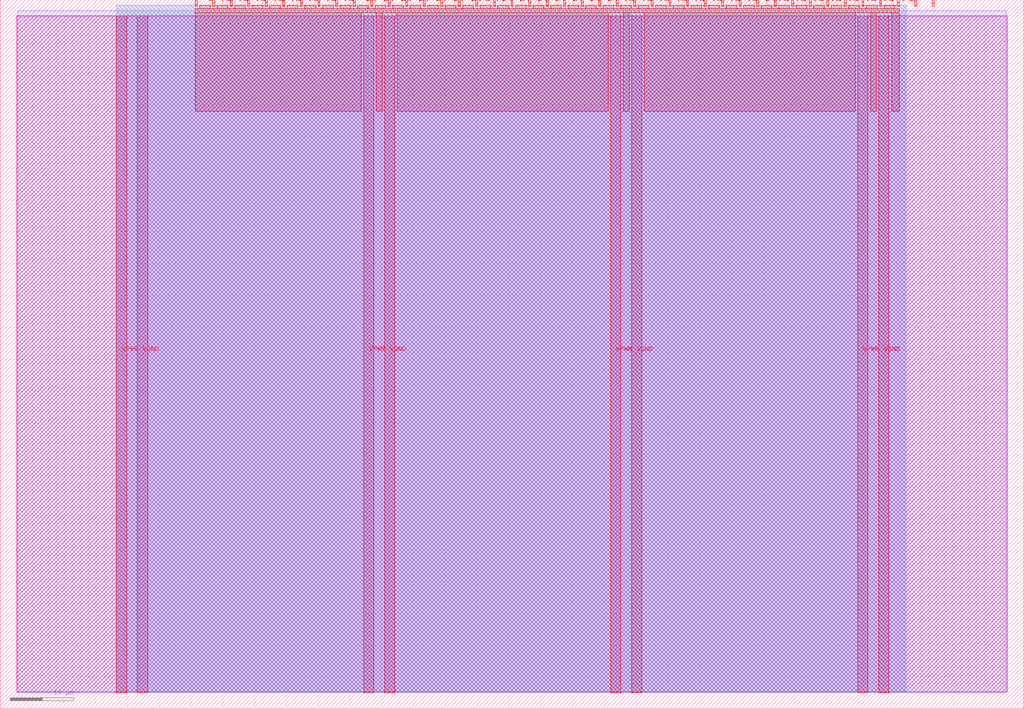
<source format=lef>
VERSION 5.7 ;
  NOWIREEXTENSIONATPIN ON ;
  DIVIDERCHAR "/" ;
  BUSBITCHARS "[]" ;
MACRO tt_um_wokwi_413387120998931457
  CLASS BLOCK ;
  FOREIGN tt_um_wokwi_413387120998931457 ;
  ORIGIN 0.000 0.000 ;
  SIZE 161.000 BY 111.520 ;
  PIN VGND
    DIRECTION INOUT ;
    USE GROUND ;
    PORT
      LAYER met4 ;
        RECT 21.580 2.480 23.180 109.040 ;
    END
    PORT
      LAYER met4 ;
        RECT 60.450 2.480 62.050 109.040 ;
    END
    PORT
      LAYER met4 ;
        RECT 99.320 2.480 100.920 109.040 ;
    END
    PORT
      LAYER met4 ;
        RECT 138.190 2.480 139.790 109.040 ;
    END
  END VGND
  PIN VPWR
    DIRECTION INOUT ;
    USE POWER ;
    PORT
      LAYER met4 ;
        RECT 18.280 2.480 19.880 109.040 ;
    END
    PORT
      LAYER met4 ;
        RECT 57.150 2.480 58.750 109.040 ;
    END
    PORT
      LAYER met4 ;
        RECT 96.020 2.480 97.620 109.040 ;
    END
    PORT
      LAYER met4 ;
        RECT 134.890 2.480 136.490 109.040 ;
    END
  END VPWR
  PIN clk
    DIRECTION INPUT ;
    USE SIGNAL ;
    PORT
      LAYER met4 ;
        RECT 143.830 110.520 144.130 111.520 ;
    END
  END clk
  PIN ena
    DIRECTION INPUT ;
    USE SIGNAL ;
    PORT
      LAYER met4 ;
        RECT 146.590 110.520 146.890 111.520 ;
    END
  END ena
  PIN rst_n
    DIRECTION INPUT ;
    USE SIGNAL ;
    ANTENNAGATEAREA 0.196500 ;
    PORT
      LAYER met4 ;
        RECT 141.070 110.520 141.370 111.520 ;
    END
  END rst_n
  PIN ui_in[0]
    DIRECTION INPUT ;
    USE SIGNAL ;
    ANTENNAGATEAREA 0.196500 ;
    PORT
      LAYER met4 ;
        RECT 138.310 110.520 138.610 111.520 ;
    END
  END ui_in[0]
  PIN ui_in[1]
    DIRECTION INPUT ;
    USE SIGNAL ;
    ANTENNAGATEAREA 0.196500 ;
    PORT
      LAYER met4 ;
        RECT 135.550 110.520 135.850 111.520 ;
    END
  END ui_in[1]
  PIN ui_in[2]
    DIRECTION INPUT ;
    USE SIGNAL ;
    ANTENNAGATEAREA 0.196500 ;
    PORT
      LAYER met4 ;
        RECT 132.790 110.520 133.090 111.520 ;
    END
  END ui_in[2]
  PIN ui_in[3]
    DIRECTION INPUT ;
    USE SIGNAL ;
    ANTENNAGATEAREA 0.196500 ;
    PORT
      LAYER met4 ;
        RECT 130.030 110.520 130.330 111.520 ;
    END
  END ui_in[3]
  PIN ui_in[4]
    DIRECTION INPUT ;
    USE SIGNAL ;
    ANTENNAGATEAREA 0.159000 ;
    PORT
      LAYER met4 ;
        RECT 127.270 110.520 127.570 111.520 ;
    END
  END ui_in[4]
  PIN ui_in[5]
    DIRECTION INPUT ;
    USE SIGNAL ;
    ANTENNAGATEAREA 0.159000 ;
    PORT
      LAYER met4 ;
        RECT 124.510 110.520 124.810 111.520 ;
    END
  END ui_in[5]
  PIN ui_in[6]
    DIRECTION INPUT ;
    USE SIGNAL ;
    ANTENNAGATEAREA 0.159000 ;
    PORT
      LAYER met4 ;
        RECT 121.750 110.520 122.050 111.520 ;
    END
  END ui_in[6]
  PIN ui_in[7]
    DIRECTION INPUT ;
    USE SIGNAL ;
    ANTENNAGATEAREA 0.159000 ;
    PORT
      LAYER met4 ;
        RECT 118.990 110.520 119.290 111.520 ;
    END
  END ui_in[7]
  PIN uio_in[0]
    DIRECTION INPUT ;
    USE SIGNAL ;
    PORT
      LAYER met4 ;
        RECT 116.230 110.520 116.530 111.520 ;
    END
  END uio_in[0]
  PIN uio_in[1]
    DIRECTION INPUT ;
    USE SIGNAL ;
    PORT
      LAYER met4 ;
        RECT 113.470 110.520 113.770 111.520 ;
    END
  END uio_in[1]
  PIN uio_in[2]
    DIRECTION INPUT ;
    USE SIGNAL ;
    PORT
      LAYER met4 ;
        RECT 110.710 110.520 111.010 111.520 ;
    END
  END uio_in[2]
  PIN uio_in[3]
    DIRECTION INPUT ;
    USE SIGNAL ;
    PORT
      LAYER met4 ;
        RECT 107.950 110.520 108.250 111.520 ;
    END
  END uio_in[3]
  PIN uio_in[4]
    DIRECTION INPUT ;
    USE SIGNAL ;
    PORT
      LAYER met4 ;
        RECT 105.190 110.520 105.490 111.520 ;
    END
  END uio_in[4]
  PIN uio_in[5]
    DIRECTION INPUT ;
    USE SIGNAL ;
    PORT
      LAYER met4 ;
        RECT 102.430 110.520 102.730 111.520 ;
    END
  END uio_in[5]
  PIN uio_in[6]
    DIRECTION INPUT ;
    USE SIGNAL ;
    PORT
      LAYER met4 ;
        RECT 99.670 110.520 99.970 111.520 ;
    END
  END uio_in[6]
  PIN uio_in[7]
    DIRECTION INPUT ;
    USE SIGNAL ;
    PORT
      LAYER met4 ;
        RECT 96.910 110.520 97.210 111.520 ;
    END
  END uio_in[7]
  PIN uio_oe[0]
    DIRECTION OUTPUT ;
    USE SIGNAL ;
    PORT
      LAYER met4 ;
        RECT 49.990 110.520 50.290 111.520 ;
    END
  END uio_oe[0]
  PIN uio_oe[1]
    DIRECTION OUTPUT ;
    USE SIGNAL ;
    PORT
      LAYER met4 ;
        RECT 47.230 110.520 47.530 111.520 ;
    END
  END uio_oe[1]
  PIN uio_oe[2]
    DIRECTION OUTPUT ;
    USE SIGNAL ;
    PORT
      LAYER met4 ;
        RECT 44.470 110.520 44.770 111.520 ;
    END
  END uio_oe[2]
  PIN uio_oe[3]
    DIRECTION OUTPUT ;
    USE SIGNAL ;
    PORT
      LAYER met4 ;
        RECT 41.710 110.520 42.010 111.520 ;
    END
  END uio_oe[3]
  PIN uio_oe[4]
    DIRECTION OUTPUT ;
    USE SIGNAL ;
    PORT
      LAYER met4 ;
        RECT 38.950 110.520 39.250 111.520 ;
    END
  END uio_oe[4]
  PIN uio_oe[5]
    DIRECTION OUTPUT ;
    USE SIGNAL ;
    PORT
      LAYER met4 ;
        RECT 36.190 110.520 36.490 111.520 ;
    END
  END uio_oe[5]
  PIN uio_oe[6]
    DIRECTION OUTPUT ;
    USE SIGNAL ;
    PORT
      LAYER met4 ;
        RECT 33.430 110.520 33.730 111.520 ;
    END
  END uio_oe[6]
  PIN uio_oe[7]
    DIRECTION OUTPUT ;
    USE SIGNAL ;
    PORT
      LAYER met4 ;
        RECT 30.670 110.520 30.970 111.520 ;
    END
  END uio_oe[7]
  PIN uio_out[0]
    DIRECTION OUTPUT ;
    USE SIGNAL ;
    PORT
      LAYER met4 ;
        RECT 72.070 110.520 72.370 111.520 ;
    END
  END uio_out[0]
  PIN uio_out[1]
    DIRECTION OUTPUT ;
    USE SIGNAL ;
    PORT
      LAYER met4 ;
        RECT 69.310 110.520 69.610 111.520 ;
    END
  END uio_out[1]
  PIN uio_out[2]
    DIRECTION OUTPUT ;
    USE SIGNAL ;
    PORT
      LAYER met4 ;
        RECT 66.550 110.520 66.850 111.520 ;
    END
  END uio_out[2]
  PIN uio_out[3]
    DIRECTION OUTPUT ;
    USE SIGNAL ;
    PORT
      LAYER met4 ;
        RECT 63.790 110.520 64.090 111.520 ;
    END
  END uio_out[3]
  PIN uio_out[4]
    DIRECTION OUTPUT ;
    USE SIGNAL ;
    PORT
      LAYER met4 ;
        RECT 61.030 110.520 61.330 111.520 ;
    END
  END uio_out[4]
  PIN uio_out[5]
    DIRECTION OUTPUT ;
    USE SIGNAL ;
    PORT
      LAYER met4 ;
        RECT 58.270 110.520 58.570 111.520 ;
    END
  END uio_out[5]
  PIN uio_out[6]
    DIRECTION OUTPUT ;
    USE SIGNAL ;
    PORT
      LAYER met4 ;
        RECT 55.510 110.520 55.810 111.520 ;
    END
  END uio_out[6]
  PIN uio_out[7]
    DIRECTION OUTPUT ;
    USE SIGNAL ;
    PORT
      LAYER met4 ;
        RECT 52.750 110.520 53.050 111.520 ;
    END
  END uio_out[7]
  PIN uo_out[0]
    DIRECTION OUTPUT ;
    USE SIGNAL ;
    ANTENNADIFFAREA 0.795200 ;
    PORT
      LAYER met4 ;
        RECT 94.150 110.520 94.450 111.520 ;
    END
  END uo_out[0]
  PIN uo_out[1]
    DIRECTION OUTPUT ;
    USE SIGNAL ;
    ANTENNADIFFAREA 0.795200 ;
    PORT
      LAYER met4 ;
        RECT 91.390 110.520 91.690 111.520 ;
    END
  END uo_out[1]
  PIN uo_out[2]
    DIRECTION OUTPUT ;
    USE SIGNAL ;
    ANTENNADIFFAREA 0.445500 ;
    PORT
      LAYER met4 ;
        RECT 88.630 110.520 88.930 111.520 ;
    END
  END uo_out[2]
  PIN uo_out[3]
    DIRECTION OUTPUT ;
    USE SIGNAL ;
    ANTENNADIFFAREA 0.445500 ;
    PORT
      LAYER met4 ;
        RECT 85.870 110.520 86.170 111.520 ;
    END
  END uo_out[3]
  PIN uo_out[4]
    DIRECTION OUTPUT ;
    USE SIGNAL ;
    ANTENNADIFFAREA 0.445500 ;
    PORT
      LAYER met4 ;
        RECT 83.110 110.520 83.410 111.520 ;
    END
  END uo_out[4]
  PIN uo_out[5]
    DIRECTION OUTPUT ;
    USE SIGNAL ;
    ANTENNADIFFAREA 0.445500 ;
    PORT
      LAYER met4 ;
        RECT 80.350 110.520 80.650 111.520 ;
    END
  END uo_out[5]
  PIN uo_out[6]
    DIRECTION OUTPUT ;
    USE SIGNAL ;
    ANTENNADIFFAREA 0.445500 ;
    PORT
      LAYER met4 ;
        RECT 77.590 110.520 77.890 111.520 ;
    END
  END uo_out[6]
  PIN uo_out[7]
    DIRECTION OUTPUT ;
    USE SIGNAL ;
    ANTENNADIFFAREA 0.445500 ;
    PORT
      LAYER met4 ;
        RECT 74.830 110.520 75.130 111.520 ;
    END
  END uo_out[7]
  OBS
      LAYER nwell ;
        RECT 2.570 2.635 158.430 108.990 ;
      LAYER li1 ;
        RECT 2.760 2.635 158.240 108.885 ;
      LAYER met1 ;
        RECT 2.760 2.480 158.240 109.780 ;
      LAYER met2 ;
        RECT 18.310 2.535 142.510 110.685 ;
      LAYER met3 ;
        RECT 18.290 2.555 142.535 110.665 ;
      LAYER met4 ;
        RECT 31.370 110.120 33.030 110.665 ;
        RECT 34.130 110.120 35.790 110.665 ;
        RECT 36.890 110.120 38.550 110.665 ;
        RECT 39.650 110.120 41.310 110.665 ;
        RECT 42.410 110.120 44.070 110.665 ;
        RECT 45.170 110.120 46.830 110.665 ;
        RECT 47.930 110.120 49.590 110.665 ;
        RECT 50.690 110.120 52.350 110.665 ;
        RECT 53.450 110.120 55.110 110.665 ;
        RECT 56.210 110.120 57.870 110.665 ;
        RECT 58.970 110.120 60.630 110.665 ;
        RECT 61.730 110.120 63.390 110.665 ;
        RECT 64.490 110.120 66.150 110.665 ;
        RECT 67.250 110.120 68.910 110.665 ;
        RECT 70.010 110.120 71.670 110.665 ;
        RECT 72.770 110.120 74.430 110.665 ;
        RECT 75.530 110.120 77.190 110.665 ;
        RECT 78.290 110.120 79.950 110.665 ;
        RECT 81.050 110.120 82.710 110.665 ;
        RECT 83.810 110.120 85.470 110.665 ;
        RECT 86.570 110.120 88.230 110.665 ;
        RECT 89.330 110.120 90.990 110.665 ;
        RECT 92.090 110.120 93.750 110.665 ;
        RECT 94.850 110.120 96.510 110.665 ;
        RECT 97.610 110.120 99.270 110.665 ;
        RECT 100.370 110.120 102.030 110.665 ;
        RECT 103.130 110.120 104.790 110.665 ;
        RECT 105.890 110.120 107.550 110.665 ;
        RECT 108.650 110.120 110.310 110.665 ;
        RECT 111.410 110.120 113.070 110.665 ;
        RECT 114.170 110.120 115.830 110.665 ;
        RECT 116.930 110.120 118.590 110.665 ;
        RECT 119.690 110.120 121.350 110.665 ;
        RECT 122.450 110.120 124.110 110.665 ;
        RECT 125.210 110.120 126.870 110.665 ;
        RECT 127.970 110.120 129.630 110.665 ;
        RECT 130.730 110.120 132.390 110.665 ;
        RECT 133.490 110.120 135.150 110.665 ;
        RECT 136.250 110.120 137.910 110.665 ;
        RECT 139.010 110.120 140.670 110.665 ;
        RECT 30.655 109.440 141.385 110.120 ;
        RECT 30.655 94.015 56.750 109.440 ;
        RECT 59.150 94.015 60.050 109.440 ;
        RECT 62.450 94.015 95.620 109.440 ;
        RECT 98.020 94.015 98.920 109.440 ;
        RECT 101.320 94.015 134.490 109.440 ;
        RECT 136.890 94.015 137.790 109.440 ;
        RECT 140.190 94.015 141.385 109.440 ;
  END
END tt_um_wokwi_413387120998931457
END LIBRARY


</source>
